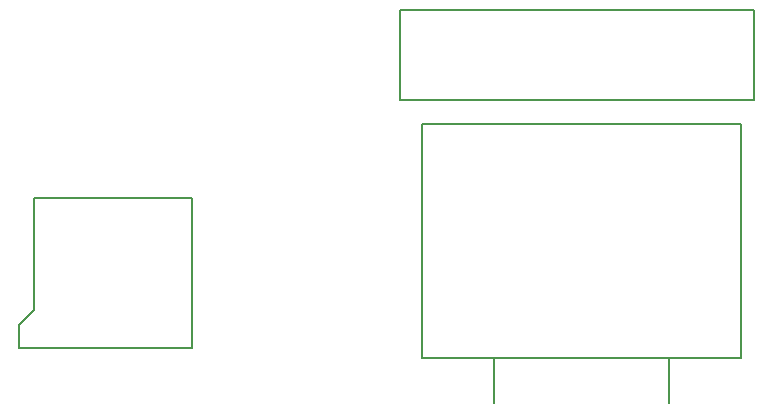
<source format=gbr>
G04 #@! TF.FileFunction,Drawing*
%FSLAX46Y46*%
G04 Gerber Fmt 4.6, Leading zero omitted, Abs format (unit mm)*
G04 Created by KiCad (PCBNEW 4.0.7) date 02/09/20 20:54:59*
%MOMM*%
%LPD*%
G01*
G04 APERTURE LIST*
%ADD10C,0.100000*%
%ADD11C,0.150000*%
G04 APERTURE END LIST*
D10*
D11*
X74295000Y-116840000D02*
X74295000Y-126365000D01*
X74295000Y-126365000D02*
X73025000Y-127635000D01*
X73025000Y-127635000D02*
X73025000Y-129540000D01*
X73025000Y-129540000D02*
X87630000Y-129540000D01*
X87630000Y-129540000D02*
X87630000Y-116840000D01*
X87630000Y-116840000D02*
X74295000Y-116840000D01*
X128050000Y-130450000D02*
X128050000Y-134250000D01*
X113250000Y-134250000D02*
X113250000Y-130450000D01*
X107150000Y-130450000D02*
X134150000Y-130450000D01*
X134150000Y-130450000D02*
X134150000Y-110650000D01*
X134150000Y-110650000D02*
X107150000Y-110650000D01*
X107150000Y-110650000D02*
X107150000Y-130450000D01*
X105235000Y-108585000D02*
X135235000Y-108585000D01*
X135235000Y-108585000D02*
X135235000Y-100965000D01*
X135235000Y-100965000D02*
X105235000Y-100965000D01*
X105235000Y-104775000D02*
X105235000Y-108585000D01*
X105235000Y-104775000D02*
X105235000Y-100965000D01*
M02*

</source>
